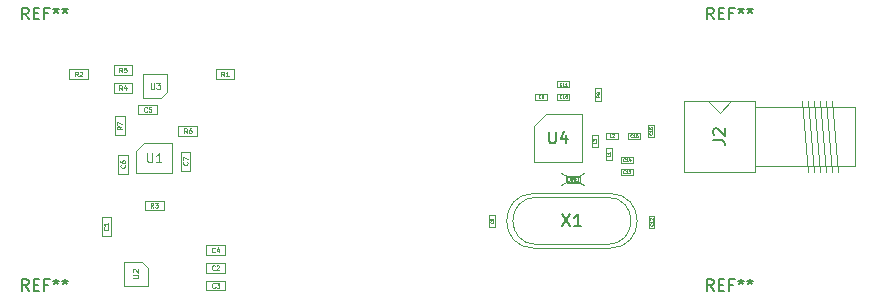
<source format=gbr>
G04 #@! TF.GenerationSoftware,KiCad,Pcbnew,9.0.5*
G04 #@! TF.CreationDate,2025-11-03T18:46:07+02:00*
G04 #@! TF.ProjectId,elecDeTrimisproiect,656c6563-4465-4547-9269-6d697370726f,rev?*
G04 #@! TF.SameCoordinates,Original*
G04 #@! TF.FileFunction,AssemblyDrawing,Top*
%FSLAX46Y46*%
G04 Gerber Fmt 4.6, Leading zero omitted, Abs format (unit mm)*
G04 Created by KiCad (PCBNEW 9.0.5) date 2025-11-03 18:46:07*
%MOMM*%
%LPD*%
G01*
G04 APERTURE LIST*
%ADD10C,0.150000*%
%ADD11C,0.080000*%
%ADD12C,0.060000*%
%ADD13C,0.040000*%
%ADD14C,0.075000*%
%ADD15C,0.110000*%
%ADD16C,0.100000*%
G04 APERTURE END LIST*
D10*
X71738095Y-42954819D02*
X71738095Y-43764342D01*
X71738095Y-43764342D02*
X71785714Y-43859580D01*
X71785714Y-43859580D02*
X71833333Y-43907200D01*
X71833333Y-43907200D02*
X71928571Y-43954819D01*
X71928571Y-43954819D02*
X72119047Y-43954819D01*
X72119047Y-43954819D02*
X72214285Y-43907200D01*
X72214285Y-43907200D02*
X72261904Y-43859580D01*
X72261904Y-43859580D02*
X72309523Y-43764342D01*
X72309523Y-43764342D02*
X72309523Y-42954819D01*
X73214285Y-43288152D02*
X73214285Y-43954819D01*
X72976190Y-42907200D02*
X72738095Y-43621485D01*
X72738095Y-43621485D02*
X73357142Y-43621485D01*
D11*
X38019047Y-38839649D02*
X38019047Y-39244411D01*
X38019047Y-39244411D02*
X38042857Y-39292030D01*
X38042857Y-39292030D02*
X38066666Y-39315840D01*
X38066666Y-39315840D02*
X38114285Y-39339649D01*
X38114285Y-39339649D02*
X38209523Y-39339649D01*
X38209523Y-39339649D02*
X38257142Y-39315840D01*
X38257142Y-39315840D02*
X38280952Y-39292030D01*
X38280952Y-39292030D02*
X38304761Y-39244411D01*
X38304761Y-39244411D02*
X38304761Y-38839649D01*
X38495238Y-38839649D02*
X38804762Y-38839649D01*
X38804762Y-38839649D02*
X38638095Y-39030125D01*
X38638095Y-39030125D02*
X38709524Y-39030125D01*
X38709524Y-39030125D02*
X38757143Y-39053935D01*
X38757143Y-39053935D02*
X38780952Y-39077744D01*
X38780952Y-39077744D02*
X38804762Y-39125363D01*
X38804762Y-39125363D02*
X38804762Y-39244411D01*
X38804762Y-39244411D02*
X38780952Y-39292030D01*
X38780952Y-39292030D02*
X38757143Y-39315840D01*
X38757143Y-39315840D02*
X38709524Y-39339649D01*
X38709524Y-39339649D02*
X38566667Y-39339649D01*
X38566667Y-39339649D02*
X38519048Y-39315840D01*
X38519048Y-39315840D02*
X38495238Y-39292030D01*
D12*
X34393832Y-51066666D02*
X34412880Y-51085714D01*
X34412880Y-51085714D02*
X34431927Y-51142856D01*
X34431927Y-51142856D02*
X34431927Y-51180952D01*
X34431927Y-51180952D02*
X34412880Y-51238095D01*
X34412880Y-51238095D02*
X34374784Y-51276190D01*
X34374784Y-51276190D02*
X34336689Y-51295237D01*
X34336689Y-51295237D02*
X34260499Y-51314285D01*
X34260499Y-51314285D02*
X34203356Y-51314285D01*
X34203356Y-51314285D02*
X34127165Y-51295237D01*
X34127165Y-51295237D02*
X34089070Y-51276190D01*
X34089070Y-51276190D02*
X34050975Y-51238095D01*
X34050975Y-51238095D02*
X34031927Y-51180952D01*
X34031927Y-51180952D02*
X34031927Y-51142856D01*
X34031927Y-51142856D02*
X34050975Y-51085714D01*
X34050975Y-51085714D02*
X34070022Y-51066666D01*
X34431927Y-50685714D02*
X34431927Y-50914285D01*
X34431927Y-50799999D02*
X34031927Y-50799999D01*
X34031927Y-50799999D02*
X34089070Y-50838095D01*
X34089070Y-50838095D02*
X34127165Y-50876190D01*
X34127165Y-50876190D02*
X34146213Y-50914285D01*
D13*
X80439765Y-43073214D02*
X80451670Y-43085118D01*
X80451670Y-43085118D02*
X80463574Y-43120833D01*
X80463574Y-43120833D02*
X80463574Y-43144642D01*
X80463574Y-43144642D02*
X80451670Y-43180356D01*
X80451670Y-43180356D02*
X80427860Y-43204166D01*
X80427860Y-43204166D02*
X80404050Y-43216071D01*
X80404050Y-43216071D02*
X80356431Y-43227975D01*
X80356431Y-43227975D02*
X80320717Y-43227975D01*
X80320717Y-43227975D02*
X80273098Y-43216071D01*
X80273098Y-43216071D02*
X80249289Y-43204166D01*
X80249289Y-43204166D02*
X80225479Y-43180356D01*
X80225479Y-43180356D02*
X80213574Y-43144642D01*
X80213574Y-43144642D02*
X80213574Y-43120833D01*
X80213574Y-43120833D02*
X80225479Y-43085118D01*
X80225479Y-43085118D02*
X80237384Y-43073214D01*
X80463574Y-42835118D02*
X80463574Y-42977975D01*
X80463574Y-42906547D02*
X80213574Y-42906547D01*
X80213574Y-42906547D02*
X80249289Y-42930356D01*
X80249289Y-42930356D02*
X80273098Y-42954166D01*
X80273098Y-42954166D02*
X80285003Y-42977975D01*
X80213574Y-42608928D02*
X80213574Y-42727976D01*
X80213574Y-42727976D02*
X80332622Y-42739880D01*
X80332622Y-42739880D02*
X80320717Y-42727976D01*
X80320717Y-42727976D02*
X80308812Y-42704166D01*
X80308812Y-42704166D02*
X80308812Y-42644642D01*
X80308812Y-42644642D02*
X80320717Y-42620833D01*
X80320717Y-42620833D02*
X80332622Y-42608928D01*
X80332622Y-42608928D02*
X80356431Y-42597023D01*
X80356431Y-42597023D02*
X80415955Y-42597023D01*
X80415955Y-42597023D02*
X80439765Y-42608928D01*
X80439765Y-42608928D02*
X80451670Y-42620833D01*
X80451670Y-42620833D02*
X80463574Y-42644642D01*
X80463574Y-42644642D02*
X80463574Y-42704166D01*
X80463574Y-42704166D02*
X80451670Y-42727976D01*
X80451670Y-42727976D02*
X80439765Y-42739880D01*
D12*
X35806332Y-45779166D02*
X35825380Y-45798214D01*
X35825380Y-45798214D02*
X35844427Y-45855356D01*
X35844427Y-45855356D02*
X35844427Y-45893452D01*
X35844427Y-45893452D02*
X35825380Y-45950595D01*
X35825380Y-45950595D02*
X35787284Y-45988690D01*
X35787284Y-45988690D02*
X35749189Y-46007737D01*
X35749189Y-46007737D02*
X35672999Y-46026785D01*
X35672999Y-46026785D02*
X35615856Y-46026785D01*
X35615856Y-46026785D02*
X35539665Y-46007737D01*
X35539665Y-46007737D02*
X35501570Y-45988690D01*
X35501570Y-45988690D02*
X35463475Y-45950595D01*
X35463475Y-45950595D02*
X35444427Y-45893452D01*
X35444427Y-45893452D02*
X35444427Y-45855356D01*
X35444427Y-45855356D02*
X35463475Y-45798214D01*
X35463475Y-45798214D02*
X35482522Y-45779166D01*
X35444427Y-45436309D02*
X35444427Y-45512499D01*
X35444427Y-45512499D02*
X35463475Y-45550595D01*
X35463475Y-45550595D02*
X35482522Y-45569642D01*
X35482522Y-45569642D02*
X35539665Y-45607737D01*
X35539665Y-45607737D02*
X35615856Y-45626785D01*
X35615856Y-45626785D02*
X35768237Y-45626785D01*
X35768237Y-45626785D02*
X35806332Y-45607737D01*
X35806332Y-45607737D02*
X35825380Y-45588690D01*
X35825380Y-45588690D02*
X35844427Y-45550595D01*
X35844427Y-45550595D02*
X35844427Y-45474404D01*
X35844427Y-45474404D02*
X35825380Y-45436309D01*
X35825380Y-45436309D02*
X35806332Y-45417261D01*
X35806332Y-45417261D02*
X35768237Y-45398214D01*
X35768237Y-45398214D02*
X35672999Y-45398214D01*
X35672999Y-45398214D02*
X35634903Y-45417261D01*
X35634903Y-45417261D02*
X35615856Y-45436309D01*
X35615856Y-45436309D02*
X35596808Y-45474404D01*
X35596808Y-45474404D02*
X35596808Y-45550595D01*
X35596808Y-45550595D02*
X35615856Y-45588690D01*
X35615856Y-45588690D02*
X35634903Y-45607737D01*
X35634903Y-45607737D02*
X35672999Y-45626785D01*
D13*
X78769285Y-43402265D02*
X78757381Y-43414170D01*
X78757381Y-43414170D02*
X78721666Y-43426074D01*
X78721666Y-43426074D02*
X78697857Y-43426074D01*
X78697857Y-43426074D02*
X78662143Y-43414170D01*
X78662143Y-43414170D02*
X78638333Y-43390360D01*
X78638333Y-43390360D02*
X78626428Y-43366550D01*
X78626428Y-43366550D02*
X78614524Y-43318931D01*
X78614524Y-43318931D02*
X78614524Y-43283217D01*
X78614524Y-43283217D02*
X78626428Y-43235598D01*
X78626428Y-43235598D02*
X78638333Y-43211789D01*
X78638333Y-43211789D02*
X78662143Y-43187979D01*
X78662143Y-43187979D02*
X78697857Y-43176074D01*
X78697857Y-43176074D02*
X78721666Y-43176074D01*
X78721666Y-43176074D02*
X78757381Y-43187979D01*
X78757381Y-43187979D02*
X78769285Y-43199884D01*
X79007381Y-43426074D02*
X78864524Y-43426074D01*
X78935952Y-43426074D02*
X78935952Y-43176074D01*
X78935952Y-43176074D02*
X78912143Y-43211789D01*
X78912143Y-43211789D02*
X78888333Y-43235598D01*
X78888333Y-43235598D02*
X78864524Y-43247503D01*
X79221666Y-43176074D02*
X79174047Y-43176074D01*
X79174047Y-43176074D02*
X79150238Y-43187979D01*
X79150238Y-43187979D02*
X79138333Y-43199884D01*
X79138333Y-43199884D02*
X79114523Y-43235598D01*
X79114523Y-43235598D02*
X79102619Y-43283217D01*
X79102619Y-43283217D02*
X79102619Y-43378455D01*
X79102619Y-43378455D02*
X79114523Y-43402265D01*
X79114523Y-43402265D02*
X79126428Y-43414170D01*
X79126428Y-43414170D02*
X79150238Y-43426074D01*
X79150238Y-43426074D02*
X79197857Y-43426074D01*
X79197857Y-43426074D02*
X79221666Y-43414170D01*
X79221666Y-43414170D02*
X79233571Y-43402265D01*
X79233571Y-43402265D02*
X79245476Y-43378455D01*
X79245476Y-43378455D02*
X79245476Y-43318931D01*
X79245476Y-43318931D02*
X79233571Y-43295122D01*
X79233571Y-43295122D02*
X79221666Y-43283217D01*
X79221666Y-43283217D02*
X79197857Y-43271312D01*
X79197857Y-43271312D02*
X79150238Y-43271312D01*
X79150238Y-43271312D02*
X79126428Y-43283217D01*
X79126428Y-43283217D02*
X79114523Y-43295122D01*
X79114523Y-43295122D02*
X79102619Y-43318931D01*
X67004765Y-50556666D02*
X67016670Y-50568570D01*
X67016670Y-50568570D02*
X67028574Y-50604285D01*
X67028574Y-50604285D02*
X67028574Y-50628094D01*
X67028574Y-50628094D02*
X67016670Y-50663808D01*
X67016670Y-50663808D02*
X66992860Y-50687618D01*
X66992860Y-50687618D02*
X66969050Y-50699523D01*
X66969050Y-50699523D02*
X66921431Y-50711427D01*
X66921431Y-50711427D02*
X66885717Y-50711427D01*
X66885717Y-50711427D02*
X66838098Y-50699523D01*
X66838098Y-50699523D02*
X66814289Y-50687618D01*
X66814289Y-50687618D02*
X66790479Y-50663808D01*
X66790479Y-50663808D02*
X66778574Y-50628094D01*
X66778574Y-50628094D02*
X66778574Y-50604285D01*
X66778574Y-50604285D02*
X66790479Y-50568570D01*
X66790479Y-50568570D02*
X66802384Y-50556666D01*
X67028574Y-50437618D02*
X67028574Y-50389999D01*
X67028574Y-50389999D02*
X67016670Y-50366189D01*
X67016670Y-50366189D02*
X67004765Y-50354285D01*
X67004765Y-50354285D02*
X66969050Y-50330475D01*
X66969050Y-50330475D02*
X66921431Y-50318570D01*
X66921431Y-50318570D02*
X66826193Y-50318570D01*
X66826193Y-50318570D02*
X66802384Y-50330475D01*
X66802384Y-50330475D02*
X66790479Y-50342380D01*
X66790479Y-50342380D02*
X66778574Y-50366189D01*
X66778574Y-50366189D02*
X66778574Y-50413808D01*
X66778574Y-50413808D02*
X66790479Y-50437618D01*
X66790479Y-50437618D02*
X66802384Y-50449523D01*
X66802384Y-50449523D02*
X66826193Y-50461427D01*
X66826193Y-50461427D02*
X66885717Y-50461427D01*
X66885717Y-50461427D02*
X66909527Y-50449523D01*
X66909527Y-50449523D02*
X66921431Y-50437618D01*
X66921431Y-50437618D02*
X66933336Y-50413808D01*
X66933336Y-50413808D02*
X66933336Y-50366189D01*
X66933336Y-50366189D02*
X66921431Y-50342380D01*
X66921431Y-50342380D02*
X66909527Y-50330475D01*
X66909527Y-50330475D02*
X66885717Y-50318570D01*
D12*
X37695833Y-41256332D02*
X37676785Y-41275380D01*
X37676785Y-41275380D02*
X37619643Y-41294427D01*
X37619643Y-41294427D02*
X37581547Y-41294427D01*
X37581547Y-41294427D02*
X37524404Y-41275380D01*
X37524404Y-41275380D02*
X37486309Y-41237284D01*
X37486309Y-41237284D02*
X37467262Y-41199189D01*
X37467262Y-41199189D02*
X37448214Y-41122999D01*
X37448214Y-41122999D02*
X37448214Y-41065856D01*
X37448214Y-41065856D02*
X37467262Y-40989665D01*
X37467262Y-40989665D02*
X37486309Y-40951570D01*
X37486309Y-40951570D02*
X37524404Y-40913475D01*
X37524404Y-40913475D02*
X37581547Y-40894427D01*
X37581547Y-40894427D02*
X37619643Y-40894427D01*
X37619643Y-40894427D02*
X37676785Y-40913475D01*
X37676785Y-40913475D02*
X37695833Y-40932522D01*
X38057738Y-40894427D02*
X37867262Y-40894427D01*
X37867262Y-40894427D02*
X37848214Y-41084903D01*
X37848214Y-41084903D02*
X37867262Y-41065856D01*
X37867262Y-41065856D02*
X37905357Y-41046808D01*
X37905357Y-41046808D02*
X38000595Y-41046808D01*
X38000595Y-41046808D02*
X38038690Y-41065856D01*
X38038690Y-41065856D02*
X38057738Y-41084903D01*
X38057738Y-41084903D02*
X38076785Y-41122999D01*
X38076785Y-41122999D02*
X38076785Y-41218237D01*
X38076785Y-41218237D02*
X38057738Y-41256332D01*
X38057738Y-41256332D02*
X38038690Y-41275380D01*
X38038690Y-41275380D02*
X38000595Y-41294427D01*
X38000595Y-41294427D02*
X37905357Y-41294427D01*
X37905357Y-41294427D02*
X37867262Y-41275380D01*
X37867262Y-41275380D02*
X37848214Y-41256332D01*
X43433333Y-54643832D02*
X43414285Y-54662880D01*
X43414285Y-54662880D02*
X43357143Y-54681927D01*
X43357143Y-54681927D02*
X43319047Y-54681927D01*
X43319047Y-54681927D02*
X43261904Y-54662880D01*
X43261904Y-54662880D02*
X43223809Y-54624784D01*
X43223809Y-54624784D02*
X43204762Y-54586689D01*
X43204762Y-54586689D02*
X43185714Y-54510499D01*
X43185714Y-54510499D02*
X43185714Y-54453356D01*
X43185714Y-54453356D02*
X43204762Y-54377165D01*
X43204762Y-54377165D02*
X43223809Y-54339070D01*
X43223809Y-54339070D02*
X43261904Y-54300975D01*
X43261904Y-54300975D02*
X43319047Y-54281927D01*
X43319047Y-54281927D02*
X43357143Y-54281927D01*
X43357143Y-54281927D02*
X43414285Y-54300975D01*
X43414285Y-54300975D02*
X43433333Y-54320022D01*
X43585714Y-54320022D02*
X43604762Y-54300975D01*
X43604762Y-54300975D02*
X43642857Y-54281927D01*
X43642857Y-54281927D02*
X43738095Y-54281927D01*
X43738095Y-54281927D02*
X43776190Y-54300975D01*
X43776190Y-54300975D02*
X43795238Y-54320022D01*
X43795238Y-54320022D02*
X43814285Y-54358118D01*
X43814285Y-54358118D02*
X43814285Y-54396213D01*
X43814285Y-54396213D02*
X43795238Y-54453356D01*
X43795238Y-54453356D02*
X43566666Y-54681927D01*
X43566666Y-54681927D02*
X43814285Y-54681927D01*
D13*
X72789285Y-40102265D02*
X72777381Y-40114170D01*
X72777381Y-40114170D02*
X72741666Y-40126074D01*
X72741666Y-40126074D02*
X72717857Y-40126074D01*
X72717857Y-40126074D02*
X72682143Y-40114170D01*
X72682143Y-40114170D02*
X72658333Y-40090360D01*
X72658333Y-40090360D02*
X72646428Y-40066550D01*
X72646428Y-40066550D02*
X72634524Y-40018931D01*
X72634524Y-40018931D02*
X72634524Y-39983217D01*
X72634524Y-39983217D02*
X72646428Y-39935598D01*
X72646428Y-39935598D02*
X72658333Y-39911789D01*
X72658333Y-39911789D02*
X72682143Y-39887979D01*
X72682143Y-39887979D02*
X72717857Y-39876074D01*
X72717857Y-39876074D02*
X72741666Y-39876074D01*
X72741666Y-39876074D02*
X72777381Y-39887979D01*
X72777381Y-39887979D02*
X72789285Y-39899884D01*
X73027381Y-40126074D02*
X72884524Y-40126074D01*
X72955952Y-40126074D02*
X72955952Y-39876074D01*
X72955952Y-39876074D02*
X72932143Y-39911789D01*
X72932143Y-39911789D02*
X72908333Y-39935598D01*
X72908333Y-39935598D02*
X72884524Y-39947503D01*
X73182142Y-39876074D02*
X73205952Y-39876074D01*
X73205952Y-39876074D02*
X73229761Y-39887979D01*
X73229761Y-39887979D02*
X73241666Y-39899884D01*
X73241666Y-39899884D02*
X73253571Y-39923693D01*
X73253571Y-39923693D02*
X73265476Y-39971312D01*
X73265476Y-39971312D02*
X73265476Y-40030836D01*
X73265476Y-40030836D02*
X73253571Y-40078455D01*
X73253571Y-40078455D02*
X73241666Y-40102265D01*
X73241666Y-40102265D02*
X73229761Y-40114170D01*
X73229761Y-40114170D02*
X73205952Y-40126074D01*
X73205952Y-40126074D02*
X73182142Y-40126074D01*
X73182142Y-40126074D02*
X73158333Y-40114170D01*
X73158333Y-40114170D02*
X73146428Y-40102265D01*
X73146428Y-40102265D02*
X73134523Y-40078455D01*
X73134523Y-40078455D02*
X73122619Y-40030836D01*
X73122619Y-40030836D02*
X73122619Y-39971312D01*
X73122619Y-39971312D02*
X73134523Y-39923693D01*
X73134523Y-39923693D02*
X73146428Y-39899884D01*
X73146428Y-39899884D02*
X73158333Y-39887979D01*
X73158333Y-39887979D02*
X73182142Y-39876074D01*
X78149285Y-46452265D02*
X78137381Y-46464170D01*
X78137381Y-46464170D02*
X78101666Y-46476074D01*
X78101666Y-46476074D02*
X78077857Y-46476074D01*
X78077857Y-46476074D02*
X78042143Y-46464170D01*
X78042143Y-46464170D02*
X78018333Y-46440360D01*
X78018333Y-46440360D02*
X78006428Y-46416550D01*
X78006428Y-46416550D02*
X77994524Y-46368931D01*
X77994524Y-46368931D02*
X77994524Y-46333217D01*
X77994524Y-46333217D02*
X78006428Y-46285598D01*
X78006428Y-46285598D02*
X78018333Y-46261789D01*
X78018333Y-46261789D02*
X78042143Y-46237979D01*
X78042143Y-46237979D02*
X78077857Y-46226074D01*
X78077857Y-46226074D02*
X78101666Y-46226074D01*
X78101666Y-46226074D02*
X78137381Y-46237979D01*
X78137381Y-46237979D02*
X78149285Y-46249884D01*
X78387381Y-46476074D02*
X78244524Y-46476074D01*
X78315952Y-46476074D02*
X78315952Y-46226074D01*
X78315952Y-46226074D02*
X78292143Y-46261789D01*
X78292143Y-46261789D02*
X78268333Y-46285598D01*
X78268333Y-46285598D02*
X78244524Y-46297503D01*
X78470714Y-46226074D02*
X78625476Y-46226074D01*
X78625476Y-46226074D02*
X78542142Y-46321312D01*
X78542142Y-46321312D02*
X78577857Y-46321312D01*
X78577857Y-46321312D02*
X78601666Y-46333217D01*
X78601666Y-46333217D02*
X78613571Y-46345122D01*
X78613571Y-46345122D02*
X78625476Y-46368931D01*
X78625476Y-46368931D02*
X78625476Y-46428455D01*
X78625476Y-46428455D02*
X78613571Y-46452265D01*
X78613571Y-46452265D02*
X78601666Y-46464170D01*
X78601666Y-46464170D02*
X78577857Y-46476074D01*
X78577857Y-46476074D02*
X78506428Y-46476074D01*
X78506428Y-46476074D02*
X78482619Y-46464170D01*
X78482619Y-46464170D02*
X78470714Y-46452265D01*
D12*
X44233333Y-38281927D02*
X44100000Y-38091451D01*
X44004762Y-38281927D02*
X44004762Y-37881927D01*
X44004762Y-37881927D02*
X44157143Y-37881927D01*
X44157143Y-37881927D02*
X44195238Y-37900975D01*
X44195238Y-37900975D02*
X44214285Y-37920022D01*
X44214285Y-37920022D02*
X44233333Y-37958118D01*
X44233333Y-37958118D02*
X44233333Y-38015260D01*
X44233333Y-38015260D02*
X44214285Y-38053356D01*
X44214285Y-38053356D02*
X44195238Y-38072403D01*
X44195238Y-38072403D02*
X44157143Y-38091451D01*
X44157143Y-38091451D02*
X44004762Y-38091451D01*
X44614285Y-38281927D02*
X44385714Y-38281927D01*
X44500000Y-38281927D02*
X44500000Y-37881927D01*
X44500000Y-37881927D02*
X44461904Y-37939070D01*
X44461904Y-37939070D02*
X44423809Y-37977165D01*
X44423809Y-37977165D02*
X44385714Y-37996213D01*
X43433333Y-56143832D02*
X43414285Y-56162880D01*
X43414285Y-56162880D02*
X43357143Y-56181927D01*
X43357143Y-56181927D02*
X43319047Y-56181927D01*
X43319047Y-56181927D02*
X43261904Y-56162880D01*
X43261904Y-56162880D02*
X43223809Y-56124784D01*
X43223809Y-56124784D02*
X43204762Y-56086689D01*
X43204762Y-56086689D02*
X43185714Y-56010499D01*
X43185714Y-56010499D02*
X43185714Y-55953356D01*
X43185714Y-55953356D02*
X43204762Y-55877165D01*
X43204762Y-55877165D02*
X43223809Y-55839070D01*
X43223809Y-55839070D02*
X43261904Y-55800975D01*
X43261904Y-55800975D02*
X43319047Y-55781927D01*
X43319047Y-55781927D02*
X43357143Y-55781927D01*
X43357143Y-55781927D02*
X43414285Y-55800975D01*
X43414285Y-55800975D02*
X43433333Y-55820022D01*
X43566666Y-55781927D02*
X43814285Y-55781927D01*
X43814285Y-55781927D02*
X43680952Y-55934308D01*
X43680952Y-55934308D02*
X43738095Y-55934308D01*
X43738095Y-55934308D02*
X43776190Y-55953356D01*
X43776190Y-55953356D02*
X43795238Y-55972403D01*
X43795238Y-55972403D02*
X43814285Y-56010499D01*
X43814285Y-56010499D02*
X43814285Y-56105737D01*
X43814285Y-56105737D02*
X43795238Y-56143832D01*
X43795238Y-56143832D02*
X43776190Y-56162880D01*
X43776190Y-56162880D02*
X43738095Y-56181927D01*
X43738095Y-56181927D02*
X43623809Y-56181927D01*
X43623809Y-56181927D02*
X43585714Y-56162880D01*
X43585714Y-56162880D02*
X43566666Y-56143832D01*
X35594427Y-42529166D02*
X35403951Y-42662499D01*
X35594427Y-42757737D02*
X35194427Y-42757737D01*
X35194427Y-42757737D02*
X35194427Y-42605356D01*
X35194427Y-42605356D02*
X35213475Y-42567261D01*
X35213475Y-42567261D02*
X35232522Y-42548214D01*
X35232522Y-42548214D02*
X35270618Y-42529166D01*
X35270618Y-42529166D02*
X35327760Y-42529166D01*
X35327760Y-42529166D02*
X35365856Y-42548214D01*
X35365856Y-42548214D02*
X35384903Y-42567261D01*
X35384903Y-42567261D02*
X35403951Y-42605356D01*
X35403951Y-42605356D02*
X35403951Y-42757737D01*
X35194427Y-42395833D02*
X35194427Y-42129166D01*
X35194427Y-42129166D02*
X35594427Y-42300595D01*
X35595833Y-37944427D02*
X35462500Y-37753951D01*
X35367262Y-37944427D02*
X35367262Y-37544427D01*
X35367262Y-37544427D02*
X35519643Y-37544427D01*
X35519643Y-37544427D02*
X35557738Y-37563475D01*
X35557738Y-37563475D02*
X35576785Y-37582522D01*
X35576785Y-37582522D02*
X35595833Y-37620618D01*
X35595833Y-37620618D02*
X35595833Y-37677760D01*
X35595833Y-37677760D02*
X35576785Y-37715856D01*
X35576785Y-37715856D02*
X35557738Y-37734903D01*
X35557738Y-37734903D02*
X35519643Y-37753951D01*
X35519643Y-37753951D02*
X35367262Y-37753951D01*
X35957738Y-37544427D02*
X35767262Y-37544427D01*
X35767262Y-37544427D02*
X35748214Y-37734903D01*
X35748214Y-37734903D02*
X35767262Y-37715856D01*
X35767262Y-37715856D02*
X35805357Y-37696808D01*
X35805357Y-37696808D02*
X35900595Y-37696808D01*
X35900595Y-37696808D02*
X35938690Y-37715856D01*
X35938690Y-37715856D02*
X35957738Y-37734903D01*
X35957738Y-37734903D02*
X35976785Y-37772999D01*
X35976785Y-37772999D02*
X35976785Y-37868237D01*
X35976785Y-37868237D02*
X35957738Y-37906332D01*
X35957738Y-37906332D02*
X35938690Y-37925380D01*
X35938690Y-37925380D02*
X35900595Y-37944427D01*
X35900595Y-37944427D02*
X35805357Y-37944427D01*
X35805357Y-37944427D02*
X35767262Y-37925380D01*
X35767262Y-37925380D02*
X35748214Y-37906332D01*
D10*
X85629819Y-43683333D02*
X86344104Y-43683333D01*
X86344104Y-43683333D02*
X86486961Y-43730952D01*
X86486961Y-43730952D02*
X86582200Y-43826190D01*
X86582200Y-43826190D02*
X86629819Y-43969047D01*
X86629819Y-43969047D02*
X86629819Y-44064285D01*
X85725057Y-43254761D02*
X85677438Y-43207142D01*
X85677438Y-43207142D02*
X85629819Y-43111904D01*
X85629819Y-43111904D02*
X85629819Y-42873809D01*
X85629819Y-42873809D02*
X85677438Y-42778571D01*
X85677438Y-42778571D02*
X85725057Y-42730952D01*
X85725057Y-42730952D02*
X85820295Y-42683333D01*
X85820295Y-42683333D02*
X85915533Y-42683333D01*
X85915533Y-42683333D02*
X86058390Y-42730952D01*
X86058390Y-42730952D02*
X86629819Y-43302380D01*
X86629819Y-43302380D02*
X86629819Y-42683333D01*
D13*
X78149285Y-45452265D02*
X78137381Y-45464170D01*
X78137381Y-45464170D02*
X78101666Y-45476074D01*
X78101666Y-45476074D02*
X78077857Y-45476074D01*
X78077857Y-45476074D02*
X78042143Y-45464170D01*
X78042143Y-45464170D02*
X78018333Y-45440360D01*
X78018333Y-45440360D02*
X78006428Y-45416550D01*
X78006428Y-45416550D02*
X77994524Y-45368931D01*
X77994524Y-45368931D02*
X77994524Y-45333217D01*
X77994524Y-45333217D02*
X78006428Y-45285598D01*
X78006428Y-45285598D02*
X78018333Y-45261789D01*
X78018333Y-45261789D02*
X78042143Y-45237979D01*
X78042143Y-45237979D02*
X78077857Y-45226074D01*
X78077857Y-45226074D02*
X78101666Y-45226074D01*
X78101666Y-45226074D02*
X78137381Y-45237979D01*
X78137381Y-45237979D02*
X78149285Y-45249884D01*
X78387381Y-45476074D02*
X78244524Y-45476074D01*
X78315952Y-45476074D02*
X78315952Y-45226074D01*
X78315952Y-45226074D02*
X78292143Y-45261789D01*
X78292143Y-45261789D02*
X78268333Y-45285598D01*
X78268333Y-45285598D02*
X78244524Y-45297503D01*
X78601666Y-45309408D02*
X78601666Y-45476074D01*
X78542142Y-45214170D02*
X78482619Y-45392741D01*
X78482619Y-45392741D02*
X78637380Y-45392741D01*
D12*
X38233333Y-49394427D02*
X38100000Y-49203951D01*
X38004762Y-49394427D02*
X38004762Y-48994427D01*
X38004762Y-48994427D02*
X38157143Y-48994427D01*
X38157143Y-48994427D02*
X38195238Y-49013475D01*
X38195238Y-49013475D02*
X38214285Y-49032522D01*
X38214285Y-49032522D02*
X38233333Y-49070618D01*
X38233333Y-49070618D02*
X38233333Y-49127760D01*
X38233333Y-49127760D02*
X38214285Y-49165856D01*
X38214285Y-49165856D02*
X38195238Y-49184903D01*
X38195238Y-49184903D02*
X38157143Y-49203951D01*
X38157143Y-49203951D02*
X38004762Y-49203951D01*
X38366666Y-48994427D02*
X38614285Y-48994427D01*
X38614285Y-48994427D02*
X38480952Y-49146808D01*
X38480952Y-49146808D02*
X38538095Y-49146808D01*
X38538095Y-49146808D02*
X38576190Y-49165856D01*
X38576190Y-49165856D02*
X38595238Y-49184903D01*
X38595238Y-49184903D02*
X38614285Y-49222999D01*
X38614285Y-49222999D02*
X38614285Y-49318237D01*
X38614285Y-49318237D02*
X38595238Y-49356332D01*
X38595238Y-49356332D02*
X38576190Y-49375380D01*
X38576190Y-49375380D02*
X38538095Y-49394427D01*
X38538095Y-49394427D02*
X38423809Y-49394427D01*
X38423809Y-49394427D02*
X38385714Y-49375380D01*
X38385714Y-49375380D02*
X38366666Y-49356332D01*
D13*
X73706667Y-47118200D02*
X73620000Y-46994391D01*
X73558095Y-47118200D02*
X73558095Y-46858200D01*
X73558095Y-46858200D02*
X73657143Y-46858200D01*
X73657143Y-46858200D02*
X73681905Y-46870581D01*
X73681905Y-46870581D02*
X73694286Y-46882962D01*
X73694286Y-46882962D02*
X73706667Y-46907724D01*
X73706667Y-46907724D02*
X73706667Y-46944867D01*
X73706667Y-46944867D02*
X73694286Y-46969629D01*
X73694286Y-46969629D02*
X73681905Y-46982010D01*
X73681905Y-46982010D02*
X73657143Y-46994391D01*
X73657143Y-46994391D02*
X73558095Y-46994391D01*
X73830476Y-47118200D02*
X73880000Y-47118200D01*
X73880000Y-47118200D02*
X73904762Y-47105820D01*
X73904762Y-47105820D02*
X73917143Y-47093439D01*
X73917143Y-47093439D02*
X73941905Y-47056296D01*
X73941905Y-47056296D02*
X73954286Y-47006772D01*
X73954286Y-47006772D02*
X73954286Y-46907724D01*
X73954286Y-46907724D02*
X73941905Y-46882962D01*
X73941905Y-46882962D02*
X73929524Y-46870581D01*
X73929524Y-46870581D02*
X73904762Y-46858200D01*
X73904762Y-46858200D02*
X73855238Y-46858200D01*
X73855238Y-46858200D02*
X73830476Y-46870581D01*
X73830476Y-46870581D02*
X73818095Y-46882962D01*
X73818095Y-46882962D02*
X73805714Y-46907724D01*
X73805714Y-46907724D02*
X73805714Y-46969629D01*
X73805714Y-46969629D02*
X73818095Y-46994391D01*
X73818095Y-46994391D02*
X73830476Y-47006772D01*
X73830476Y-47006772D02*
X73855238Y-47019153D01*
X73855238Y-47019153D02*
X73904762Y-47019153D01*
X73904762Y-47019153D02*
X73929524Y-47006772D01*
X73929524Y-47006772D02*
X73941905Y-46994391D01*
X73941905Y-46994391D02*
X73954286Y-46969629D01*
X73498095Y-46988200D02*
X74014286Y-46988200D01*
D12*
X41106332Y-45529166D02*
X41125380Y-45548214D01*
X41125380Y-45548214D02*
X41144427Y-45605356D01*
X41144427Y-45605356D02*
X41144427Y-45643452D01*
X41144427Y-45643452D02*
X41125380Y-45700595D01*
X41125380Y-45700595D02*
X41087284Y-45738690D01*
X41087284Y-45738690D02*
X41049189Y-45757737D01*
X41049189Y-45757737D02*
X40972999Y-45776785D01*
X40972999Y-45776785D02*
X40915856Y-45776785D01*
X40915856Y-45776785D02*
X40839665Y-45757737D01*
X40839665Y-45757737D02*
X40801570Y-45738690D01*
X40801570Y-45738690D02*
X40763475Y-45700595D01*
X40763475Y-45700595D02*
X40744427Y-45643452D01*
X40744427Y-45643452D02*
X40744427Y-45605356D01*
X40744427Y-45605356D02*
X40763475Y-45548214D01*
X40763475Y-45548214D02*
X40782522Y-45529166D01*
X40744427Y-45395833D02*
X40744427Y-45129166D01*
X40744427Y-45129166D02*
X41144427Y-45300595D01*
X41095833Y-43094427D02*
X40962500Y-42903951D01*
X40867262Y-43094427D02*
X40867262Y-42694427D01*
X40867262Y-42694427D02*
X41019643Y-42694427D01*
X41019643Y-42694427D02*
X41057738Y-42713475D01*
X41057738Y-42713475D02*
X41076785Y-42732522D01*
X41076785Y-42732522D02*
X41095833Y-42770618D01*
X41095833Y-42770618D02*
X41095833Y-42827760D01*
X41095833Y-42827760D02*
X41076785Y-42865856D01*
X41076785Y-42865856D02*
X41057738Y-42884903D01*
X41057738Y-42884903D02*
X41019643Y-42903951D01*
X41019643Y-42903951D02*
X40867262Y-42903951D01*
X41438690Y-42694427D02*
X41362500Y-42694427D01*
X41362500Y-42694427D02*
X41324404Y-42713475D01*
X41324404Y-42713475D02*
X41305357Y-42732522D01*
X41305357Y-42732522D02*
X41267262Y-42789665D01*
X41267262Y-42789665D02*
X41248214Y-42865856D01*
X41248214Y-42865856D02*
X41248214Y-43018237D01*
X41248214Y-43018237D02*
X41267262Y-43056332D01*
X41267262Y-43056332D02*
X41286309Y-43075380D01*
X41286309Y-43075380D02*
X41324404Y-43094427D01*
X41324404Y-43094427D02*
X41400595Y-43094427D01*
X41400595Y-43094427D02*
X41438690Y-43075380D01*
X41438690Y-43075380D02*
X41457738Y-43056332D01*
X41457738Y-43056332D02*
X41476785Y-43018237D01*
X41476785Y-43018237D02*
X41476785Y-42922999D01*
X41476785Y-42922999D02*
X41457738Y-42884903D01*
X41457738Y-42884903D02*
X41438690Y-42865856D01*
X41438690Y-42865856D02*
X41400595Y-42846808D01*
X41400595Y-42846808D02*
X41324404Y-42846808D01*
X41324404Y-42846808D02*
X41286309Y-42865856D01*
X41286309Y-42865856D02*
X41267262Y-42884903D01*
X41267262Y-42884903D02*
X41248214Y-42922999D01*
D14*
X36477409Y-55380952D02*
X36882171Y-55380952D01*
X36882171Y-55380952D02*
X36929790Y-55357142D01*
X36929790Y-55357142D02*
X36953600Y-55333333D01*
X36953600Y-55333333D02*
X36977409Y-55285714D01*
X36977409Y-55285714D02*
X36977409Y-55190476D01*
X36977409Y-55190476D02*
X36953600Y-55142857D01*
X36953600Y-55142857D02*
X36929790Y-55119047D01*
X36929790Y-55119047D02*
X36882171Y-55095238D01*
X36882171Y-55095238D02*
X36477409Y-55095238D01*
X36525028Y-54880951D02*
X36501219Y-54857142D01*
X36501219Y-54857142D02*
X36477409Y-54809523D01*
X36477409Y-54809523D02*
X36477409Y-54690475D01*
X36477409Y-54690475D02*
X36501219Y-54642856D01*
X36501219Y-54642856D02*
X36525028Y-54619047D01*
X36525028Y-54619047D02*
X36572647Y-54595237D01*
X36572647Y-54595237D02*
X36620266Y-54595237D01*
X36620266Y-54595237D02*
X36691695Y-54619047D01*
X36691695Y-54619047D02*
X36977409Y-54904761D01*
X36977409Y-54904761D02*
X36977409Y-54595237D01*
D10*
X72865476Y-49969819D02*
X73532142Y-50969819D01*
X73532142Y-49969819D02*
X72865476Y-50969819D01*
X74436904Y-50969819D02*
X73865476Y-50969819D01*
X74151190Y-50969819D02*
X74151190Y-49969819D01*
X74151190Y-49969819D02*
X74055952Y-50112676D01*
X74055952Y-50112676D02*
X73960714Y-50207914D01*
X73960714Y-50207914D02*
X73865476Y-50255533D01*
D13*
X76923574Y-44889166D02*
X76923574Y-45008214D01*
X76923574Y-45008214D02*
X76673574Y-45008214D01*
X76923574Y-44674880D02*
X76923574Y-44817737D01*
X76923574Y-44746309D02*
X76673574Y-44746309D01*
X76673574Y-44746309D02*
X76709289Y-44770118D01*
X76709289Y-44770118D02*
X76733098Y-44793928D01*
X76733098Y-44793928D02*
X76745003Y-44817737D01*
X72789285Y-39052265D02*
X72777381Y-39064170D01*
X72777381Y-39064170D02*
X72741666Y-39076074D01*
X72741666Y-39076074D02*
X72717857Y-39076074D01*
X72717857Y-39076074D02*
X72682143Y-39064170D01*
X72682143Y-39064170D02*
X72658333Y-39040360D01*
X72658333Y-39040360D02*
X72646428Y-39016550D01*
X72646428Y-39016550D02*
X72634524Y-38968931D01*
X72634524Y-38968931D02*
X72634524Y-38933217D01*
X72634524Y-38933217D02*
X72646428Y-38885598D01*
X72646428Y-38885598D02*
X72658333Y-38861789D01*
X72658333Y-38861789D02*
X72682143Y-38837979D01*
X72682143Y-38837979D02*
X72717857Y-38826074D01*
X72717857Y-38826074D02*
X72741666Y-38826074D01*
X72741666Y-38826074D02*
X72777381Y-38837979D01*
X72777381Y-38837979D02*
X72789285Y-38849884D01*
X73027381Y-39076074D02*
X72884524Y-39076074D01*
X72955952Y-39076074D02*
X72955952Y-38826074D01*
X72955952Y-38826074D02*
X72932143Y-38861789D01*
X72932143Y-38861789D02*
X72908333Y-38885598D01*
X72908333Y-38885598D02*
X72884524Y-38897503D01*
X73265476Y-39076074D02*
X73122619Y-39076074D01*
X73194047Y-39076074D02*
X73194047Y-38826074D01*
X73194047Y-38826074D02*
X73170238Y-38861789D01*
X73170238Y-38861789D02*
X73146428Y-38885598D01*
X73146428Y-38885598D02*
X73122619Y-38897503D01*
X76008200Y-39865832D02*
X75884391Y-39952499D01*
X76008200Y-40014404D02*
X75748200Y-40014404D01*
X75748200Y-40014404D02*
X75748200Y-39915356D01*
X75748200Y-39915356D02*
X75760581Y-39890594D01*
X75760581Y-39890594D02*
X75772962Y-39878213D01*
X75772962Y-39878213D02*
X75797724Y-39865832D01*
X75797724Y-39865832D02*
X75834867Y-39865832D01*
X75834867Y-39865832D02*
X75859629Y-39878213D01*
X75859629Y-39878213D02*
X75872010Y-39890594D01*
X75872010Y-39890594D02*
X75884391Y-39915356D01*
X75884391Y-39915356D02*
X75884391Y-40014404D01*
X75859629Y-39717261D02*
X75847248Y-39742023D01*
X75847248Y-39742023D02*
X75834867Y-39754404D01*
X75834867Y-39754404D02*
X75810105Y-39766785D01*
X75810105Y-39766785D02*
X75797724Y-39766785D01*
X75797724Y-39766785D02*
X75772962Y-39754404D01*
X75772962Y-39754404D02*
X75760581Y-39742023D01*
X75760581Y-39742023D02*
X75748200Y-39717261D01*
X75748200Y-39717261D02*
X75748200Y-39667737D01*
X75748200Y-39667737D02*
X75760581Y-39642975D01*
X75760581Y-39642975D02*
X75772962Y-39630594D01*
X75772962Y-39630594D02*
X75797724Y-39618213D01*
X75797724Y-39618213D02*
X75810105Y-39618213D01*
X75810105Y-39618213D02*
X75834867Y-39630594D01*
X75834867Y-39630594D02*
X75847248Y-39642975D01*
X75847248Y-39642975D02*
X75859629Y-39667737D01*
X75859629Y-39667737D02*
X75859629Y-39717261D01*
X75859629Y-39717261D02*
X75872010Y-39742023D01*
X75872010Y-39742023D02*
X75884391Y-39754404D01*
X75884391Y-39754404D02*
X75909153Y-39766785D01*
X75909153Y-39766785D02*
X75958677Y-39766785D01*
X75958677Y-39766785D02*
X75983439Y-39754404D01*
X75983439Y-39754404D02*
X75995820Y-39742023D01*
X75995820Y-39742023D02*
X76008200Y-39717261D01*
X76008200Y-39717261D02*
X76008200Y-39667737D01*
X76008200Y-39667737D02*
X75995820Y-39642975D01*
X75995820Y-39642975D02*
X75983439Y-39630594D01*
X75983439Y-39630594D02*
X75958677Y-39618213D01*
X75958677Y-39618213D02*
X75909153Y-39618213D01*
X75909153Y-39618213D02*
X75884391Y-39630594D01*
X75884391Y-39630594D02*
X75872010Y-39642975D01*
X75872010Y-39642975D02*
X75859629Y-39667737D01*
X71008333Y-40102265D02*
X70996429Y-40114170D01*
X70996429Y-40114170D02*
X70960714Y-40126074D01*
X70960714Y-40126074D02*
X70936905Y-40126074D01*
X70936905Y-40126074D02*
X70901191Y-40114170D01*
X70901191Y-40114170D02*
X70877381Y-40090360D01*
X70877381Y-40090360D02*
X70865476Y-40066550D01*
X70865476Y-40066550D02*
X70853572Y-40018931D01*
X70853572Y-40018931D02*
X70853572Y-39983217D01*
X70853572Y-39983217D02*
X70865476Y-39935598D01*
X70865476Y-39935598D02*
X70877381Y-39911789D01*
X70877381Y-39911789D02*
X70901191Y-39887979D01*
X70901191Y-39887979D02*
X70936905Y-39876074D01*
X70936905Y-39876074D02*
X70960714Y-39876074D01*
X70960714Y-39876074D02*
X70996429Y-39887979D01*
X70996429Y-39887979D02*
X71008333Y-39899884D01*
X71151191Y-39983217D02*
X71127381Y-39971312D01*
X71127381Y-39971312D02*
X71115476Y-39959408D01*
X71115476Y-39959408D02*
X71103572Y-39935598D01*
X71103572Y-39935598D02*
X71103572Y-39923693D01*
X71103572Y-39923693D02*
X71115476Y-39899884D01*
X71115476Y-39899884D02*
X71127381Y-39887979D01*
X71127381Y-39887979D02*
X71151191Y-39876074D01*
X71151191Y-39876074D02*
X71198810Y-39876074D01*
X71198810Y-39876074D02*
X71222619Y-39887979D01*
X71222619Y-39887979D02*
X71234524Y-39899884D01*
X71234524Y-39899884D02*
X71246429Y-39923693D01*
X71246429Y-39923693D02*
X71246429Y-39935598D01*
X71246429Y-39935598D02*
X71234524Y-39959408D01*
X71234524Y-39959408D02*
X71222619Y-39971312D01*
X71222619Y-39971312D02*
X71198810Y-39983217D01*
X71198810Y-39983217D02*
X71151191Y-39983217D01*
X71151191Y-39983217D02*
X71127381Y-39995122D01*
X71127381Y-39995122D02*
X71115476Y-40007027D01*
X71115476Y-40007027D02*
X71103572Y-40030836D01*
X71103572Y-40030836D02*
X71103572Y-40078455D01*
X71103572Y-40078455D02*
X71115476Y-40102265D01*
X71115476Y-40102265D02*
X71127381Y-40114170D01*
X71127381Y-40114170D02*
X71151191Y-40126074D01*
X71151191Y-40126074D02*
X71198810Y-40126074D01*
X71198810Y-40126074D02*
X71222619Y-40114170D01*
X71222619Y-40114170D02*
X71234524Y-40102265D01*
X71234524Y-40102265D02*
X71246429Y-40078455D01*
X71246429Y-40078455D02*
X71246429Y-40030836D01*
X71246429Y-40030836D02*
X71234524Y-40007027D01*
X71234524Y-40007027D02*
X71222619Y-39995122D01*
X71222619Y-39995122D02*
X71198810Y-39983217D01*
D12*
X43433333Y-53143832D02*
X43414285Y-53162880D01*
X43414285Y-53162880D02*
X43357143Y-53181927D01*
X43357143Y-53181927D02*
X43319047Y-53181927D01*
X43319047Y-53181927D02*
X43261904Y-53162880D01*
X43261904Y-53162880D02*
X43223809Y-53124784D01*
X43223809Y-53124784D02*
X43204762Y-53086689D01*
X43204762Y-53086689D02*
X43185714Y-53010499D01*
X43185714Y-53010499D02*
X43185714Y-52953356D01*
X43185714Y-52953356D02*
X43204762Y-52877165D01*
X43204762Y-52877165D02*
X43223809Y-52839070D01*
X43223809Y-52839070D02*
X43261904Y-52800975D01*
X43261904Y-52800975D02*
X43319047Y-52781927D01*
X43319047Y-52781927D02*
X43357143Y-52781927D01*
X43357143Y-52781927D02*
X43414285Y-52800975D01*
X43414285Y-52800975D02*
X43433333Y-52820022D01*
X43776190Y-52915260D02*
X43776190Y-53181927D01*
X43680952Y-52762880D02*
X43585714Y-53048594D01*
X43585714Y-53048594D02*
X43833333Y-53048594D01*
D13*
X80504765Y-50775714D02*
X80516670Y-50787618D01*
X80516670Y-50787618D02*
X80528574Y-50823333D01*
X80528574Y-50823333D02*
X80528574Y-50847142D01*
X80528574Y-50847142D02*
X80516670Y-50882856D01*
X80516670Y-50882856D02*
X80492860Y-50906666D01*
X80492860Y-50906666D02*
X80469050Y-50918571D01*
X80469050Y-50918571D02*
X80421431Y-50930475D01*
X80421431Y-50930475D02*
X80385717Y-50930475D01*
X80385717Y-50930475D02*
X80338098Y-50918571D01*
X80338098Y-50918571D02*
X80314289Y-50906666D01*
X80314289Y-50906666D02*
X80290479Y-50882856D01*
X80290479Y-50882856D02*
X80278574Y-50847142D01*
X80278574Y-50847142D02*
X80278574Y-50823333D01*
X80278574Y-50823333D02*
X80290479Y-50787618D01*
X80290479Y-50787618D02*
X80302384Y-50775714D01*
X80528574Y-50537618D02*
X80528574Y-50680475D01*
X80528574Y-50609047D02*
X80278574Y-50609047D01*
X80278574Y-50609047D02*
X80314289Y-50632856D01*
X80314289Y-50632856D02*
X80338098Y-50656666D01*
X80338098Y-50656666D02*
X80350003Y-50680475D01*
X80302384Y-50442380D02*
X80290479Y-50430476D01*
X80290479Y-50430476D02*
X80278574Y-50406666D01*
X80278574Y-50406666D02*
X80278574Y-50347142D01*
X80278574Y-50347142D02*
X80290479Y-50323333D01*
X80290479Y-50323333D02*
X80302384Y-50311428D01*
X80302384Y-50311428D02*
X80326193Y-50299523D01*
X80326193Y-50299523D02*
X80350003Y-50299523D01*
X80350003Y-50299523D02*
X80385717Y-50311428D01*
X80385717Y-50311428D02*
X80528574Y-50454285D01*
X80528574Y-50454285D02*
X80528574Y-50299523D01*
D15*
X37728571Y-44803744D02*
X37728571Y-45410887D01*
X37728571Y-45410887D02*
X37764285Y-45482315D01*
X37764285Y-45482315D02*
X37800000Y-45518030D01*
X37800000Y-45518030D02*
X37871428Y-45553744D01*
X37871428Y-45553744D02*
X38014285Y-45553744D01*
X38014285Y-45553744D02*
X38085714Y-45518030D01*
X38085714Y-45518030D02*
X38121428Y-45482315D01*
X38121428Y-45482315D02*
X38157142Y-45410887D01*
X38157142Y-45410887D02*
X38157142Y-44803744D01*
X38907142Y-45553744D02*
X38478571Y-45553744D01*
X38692856Y-45553744D02*
X38692856Y-44803744D01*
X38692856Y-44803744D02*
X38621428Y-44910887D01*
X38621428Y-44910887D02*
X38549999Y-44982315D01*
X38549999Y-44982315D02*
X38478571Y-45018030D01*
D13*
X75738574Y-43779166D02*
X75738574Y-43898214D01*
X75738574Y-43898214D02*
X75488574Y-43898214D01*
X75488574Y-43719642D02*
X75488574Y-43564880D01*
X75488574Y-43564880D02*
X75583812Y-43648214D01*
X75583812Y-43648214D02*
X75583812Y-43612499D01*
X75583812Y-43612499D02*
X75595717Y-43588690D01*
X75595717Y-43588690D02*
X75607622Y-43576785D01*
X75607622Y-43576785D02*
X75631431Y-43564880D01*
X75631431Y-43564880D02*
X75690955Y-43564880D01*
X75690955Y-43564880D02*
X75714765Y-43576785D01*
X75714765Y-43576785D02*
X75726670Y-43588690D01*
X75726670Y-43588690D02*
X75738574Y-43612499D01*
X75738574Y-43612499D02*
X75738574Y-43683928D01*
X75738574Y-43683928D02*
X75726670Y-43707737D01*
X75726670Y-43707737D02*
X75714765Y-43719642D01*
D12*
X35595833Y-39444427D02*
X35462500Y-39253951D01*
X35367262Y-39444427D02*
X35367262Y-39044427D01*
X35367262Y-39044427D02*
X35519643Y-39044427D01*
X35519643Y-39044427D02*
X35557738Y-39063475D01*
X35557738Y-39063475D02*
X35576785Y-39082522D01*
X35576785Y-39082522D02*
X35595833Y-39120618D01*
X35595833Y-39120618D02*
X35595833Y-39177760D01*
X35595833Y-39177760D02*
X35576785Y-39215856D01*
X35576785Y-39215856D02*
X35557738Y-39234903D01*
X35557738Y-39234903D02*
X35519643Y-39253951D01*
X35519643Y-39253951D02*
X35367262Y-39253951D01*
X35938690Y-39177760D02*
X35938690Y-39444427D01*
X35843452Y-39025380D02*
X35748214Y-39311094D01*
X35748214Y-39311094D02*
X35995833Y-39311094D01*
X31833333Y-38281927D02*
X31700000Y-38091451D01*
X31604762Y-38281927D02*
X31604762Y-37881927D01*
X31604762Y-37881927D02*
X31757143Y-37881927D01*
X31757143Y-37881927D02*
X31795238Y-37900975D01*
X31795238Y-37900975D02*
X31814285Y-37920022D01*
X31814285Y-37920022D02*
X31833333Y-37958118D01*
X31833333Y-37958118D02*
X31833333Y-38015260D01*
X31833333Y-38015260D02*
X31814285Y-38053356D01*
X31814285Y-38053356D02*
X31795238Y-38072403D01*
X31795238Y-38072403D02*
X31757143Y-38091451D01*
X31757143Y-38091451D02*
X31604762Y-38091451D01*
X31985714Y-37920022D02*
X32004762Y-37900975D01*
X32004762Y-37900975D02*
X32042857Y-37881927D01*
X32042857Y-37881927D02*
X32138095Y-37881927D01*
X32138095Y-37881927D02*
X32176190Y-37900975D01*
X32176190Y-37900975D02*
X32195238Y-37920022D01*
X32195238Y-37920022D02*
X32214285Y-37958118D01*
X32214285Y-37958118D02*
X32214285Y-37996213D01*
X32214285Y-37996213D02*
X32195238Y-38053356D01*
X32195238Y-38053356D02*
X31966666Y-38281927D01*
X31966666Y-38281927D02*
X32214285Y-38281927D01*
D13*
X77033333Y-43426074D02*
X76914285Y-43426074D01*
X76914285Y-43426074D02*
X76914285Y-43176074D01*
X77104762Y-43199884D02*
X77116666Y-43187979D01*
X77116666Y-43187979D02*
X77140476Y-43176074D01*
X77140476Y-43176074D02*
X77200000Y-43176074D01*
X77200000Y-43176074D02*
X77223809Y-43187979D01*
X77223809Y-43187979D02*
X77235714Y-43199884D01*
X77235714Y-43199884D02*
X77247619Y-43223693D01*
X77247619Y-43223693D02*
X77247619Y-43247503D01*
X77247619Y-43247503D02*
X77235714Y-43283217D01*
X77235714Y-43283217D02*
X77092857Y-43426074D01*
X77092857Y-43426074D02*
X77247619Y-43426074D01*
D10*
X27666666Y-33454819D02*
X27333333Y-32978628D01*
X27095238Y-33454819D02*
X27095238Y-32454819D01*
X27095238Y-32454819D02*
X27476190Y-32454819D01*
X27476190Y-32454819D02*
X27571428Y-32502438D01*
X27571428Y-32502438D02*
X27619047Y-32550057D01*
X27619047Y-32550057D02*
X27666666Y-32645295D01*
X27666666Y-32645295D02*
X27666666Y-32788152D01*
X27666666Y-32788152D02*
X27619047Y-32883390D01*
X27619047Y-32883390D02*
X27571428Y-32931009D01*
X27571428Y-32931009D02*
X27476190Y-32978628D01*
X27476190Y-32978628D02*
X27095238Y-32978628D01*
X28095238Y-32931009D02*
X28428571Y-32931009D01*
X28571428Y-33454819D02*
X28095238Y-33454819D01*
X28095238Y-33454819D02*
X28095238Y-32454819D01*
X28095238Y-32454819D02*
X28571428Y-32454819D01*
X29333333Y-32931009D02*
X29000000Y-32931009D01*
X29000000Y-33454819D02*
X29000000Y-32454819D01*
X29000000Y-32454819D02*
X29476190Y-32454819D01*
X30000000Y-32454819D02*
X30000000Y-32692914D01*
X29761905Y-32597676D02*
X30000000Y-32692914D01*
X30000000Y-32692914D02*
X30238095Y-32597676D01*
X29857143Y-32883390D02*
X30000000Y-32692914D01*
X30000000Y-32692914D02*
X30142857Y-32883390D01*
X30761905Y-32454819D02*
X30761905Y-32692914D01*
X30523810Y-32597676D02*
X30761905Y-32692914D01*
X30761905Y-32692914D02*
X31000000Y-32597676D01*
X30619048Y-32883390D02*
X30761905Y-32692914D01*
X30761905Y-32692914D02*
X30904762Y-32883390D01*
X85666666Y-33454819D02*
X85333333Y-32978628D01*
X85095238Y-33454819D02*
X85095238Y-32454819D01*
X85095238Y-32454819D02*
X85476190Y-32454819D01*
X85476190Y-32454819D02*
X85571428Y-32502438D01*
X85571428Y-32502438D02*
X85619047Y-32550057D01*
X85619047Y-32550057D02*
X85666666Y-32645295D01*
X85666666Y-32645295D02*
X85666666Y-32788152D01*
X85666666Y-32788152D02*
X85619047Y-32883390D01*
X85619047Y-32883390D02*
X85571428Y-32931009D01*
X85571428Y-32931009D02*
X85476190Y-32978628D01*
X85476190Y-32978628D02*
X85095238Y-32978628D01*
X86095238Y-32931009D02*
X86428571Y-32931009D01*
X86571428Y-33454819D02*
X86095238Y-33454819D01*
X86095238Y-33454819D02*
X86095238Y-32454819D01*
X86095238Y-32454819D02*
X86571428Y-32454819D01*
X87333333Y-32931009D02*
X87000000Y-32931009D01*
X87000000Y-33454819D02*
X87000000Y-32454819D01*
X87000000Y-32454819D02*
X87476190Y-32454819D01*
X88000000Y-32454819D02*
X88000000Y-32692914D01*
X87761905Y-32597676D02*
X88000000Y-32692914D01*
X88000000Y-32692914D02*
X88238095Y-32597676D01*
X87857143Y-32883390D02*
X88000000Y-32692914D01*
X88000000Y-32692914D02*
X88142857Y-32883390D01*
X88761905Y-32454819D02*
X88761905Y-32692914D01*
X88523810Y-32597676D02*
X88761905Y-32692914D01*
X88761905Y-32692914D02*
X89000000Y-32597676D01*
X88619048Y-32883390D02*
X88761905Y-32692914D01*
X88761905Y-32692914D02*
X88904762Y-32883390D01*
X85666666Y-56454819D02*
X85333333Y-55978628D01*
X85095238Y-56454819D02*
X85095238Y-55454819D01*
X85095238Y-55454819D02*
X85476190Y-55454819D01*
X85476190Y-55454819D02*
X85571428Y-55502438D01*
X85571428Y-55502438D02*
X85619047Y-55550057D01*
X85619047Y-55550057D02*
X85666666Y-55645295D01*
X85666666Y-55645295D02*
X85666666Y-55788152D01*
X85666666Y-55788152D02*
X85619047Y-55883390D01*
X85619047Y-55883390D02*
X85571428Y-55931009D01*
X85571428Y-55931009D02*
X85476190Y-55978628D01*
X85476190Y-55978628D02*
X85095238Y-55978628D01*
X86095238Y-55931009D02*
X86428571Y-55931009D01*
X86571428Y-56454819D02*
X86095238Y-56454819D01*
X86095238Y-56454819D02*
X86095238Y-55454819D01*
X86095238Y-55454819D02*
X86571428Y-55454819D01*
X87333333Y-55931009D02*
X87000000Y-55931009D01*
X87000000Y-56454819D02*
X87000000Y-55454819D01*
X87000000Y-55454819D02*
X87476190Y-55454819D01*
X88000000Y-55454819D02*
X88000000Y-55692914D01*
X87761905Y-55597676D02*
X88000000Y-55692914D01*
X88000000Y-55692914D02*
X88238095Y-55597676D01*
X87857143Y-55883390D02*
X88000000Y-55692914D01*
X88000000Y-55692914D02*
X88142857Y-55883390D01*
X88761905Y-55454819D02*
X88761905Y-55692914D01*
X88523810Y-55597676D02*
X88761905Y-55692914D01*
X88761905Y-55692914D02*
X89000000Y-55597676D01*
X88619048Y-55883390D02*
X88761905Y-55692914D01*
X88761905Y-55692914D02*
X88904762Y-55883390D01*
X27666666Y-56454819D02*
X27333333Y-55978628D01*
X27095238Y-56454819D02*
X27095238Y-55454819D01*
X27095238Y-55454819D02*
X27476190Y-55454819D01*
X27476190Y-55454819D02*
X27571428Y-55502438D01*
X27571428Y-55502438D02*
X27619047Y-55550057D01*
X27619047Y-55550057D02*
X27666666Y-55645295D01*
X27666666Y-55645295D02*
X27666666Y-55788152D01*
X27666666Y-55788152D02*
X27619047Y-55883390D01*
X27619047Y-55883390D02*
X27571428Y-55931009D01*
X27571428Y-55931009D02*
X27476190Y-55978628D01*
X27476190Y-55978628D02*
X27095238Y-55978628D01*
X28095238Y-55931009D02*
X28428571Y-55931009D01*
X28571428Y-56454819D02*
X28095238Y-56454819D01*
X28095238Y-56454819D02*
X28095238Y-55454819D01*
X28095238Y-55454819D02*
X28571428Y-55454819D01*
X29333333Y-55931009D02*
X29000000Y-55931009D01*
X29000000Y-56454819D02*
X29000000Y-55454819D01*
X29000000Y-55454819D02*
X29476190Y-55454819D01*
X30000000Y-55454819D02*
X30000000Y-55692914D01*
X29761905Y-55597676D02*
X30000000Y-55692914D01*
X30000000Y-55692914D02*
X30238095Y-55597676D01*
X29857143Y-55883390D02*
X30000000Y-55692914D01*
X30000000Y-55692914D02*
X30142857Y-55883390D01*
X30761905Y-55454819D02*
X30761905Y-55692914D01*
X30523810Y-55597676D02*
X30761905Y-55692914D01*
X30761905Y-55692914D02*
X31000000Y-55597676D01*
X30619048Y-55883390D02*
X30761905Y-55692914D01*
X30761905Y-55692914D02*
X30904762Y-55883390D01*
D16*
G04 #@! TO.C,U4*
X74500000Y-45500000D02*
X70500000Y-45500000D01*
X70500000Y-42500000D01*
X71500000Y-41500000D01*
X74500000Y-41500000D01*
X74500000Y-45500000D01*
G04 #@! TO.C,U3*
X39400000Y-39612500D02*
X38900000Y-40112500D01*
X37400000Y-40112500D01*
X37400000Y-38112500D01*
X39400000Y-38112500D01*
X39400000Y-39612500D01*
G04 #@! TO.C,C1*
X33850000Y-50200000D02*
X34650000Y-50200000D01*
X33850000Y-51800000D02*
X33850000Y-50200000D01*
X34650000Y-50200000D02*
X34650000Y-51800000D01*
X34650000Y-51800000D02*
X33850000Y-51800000D01*
G04 #@! TO.C,C15*
X80100000Y-42412500D02*
X80600000Y-42412500D01*
X80100000Y-43412500D02*
X80100000Y-42412500D01*
X80600000Y-42412500D02*
X80600000Y-43412500D01*
X80600000Y-43412500D02*
X80100000Y-43412500D01*
G04 #@! TO.C,C6*
X35262500Y-44912500D02*
X36062500Y-44912500D01*
X35262500Y-46512500D02*
X35262500Y-44912500D01*
X36062500Y-44912500D02*
X36062500Y-46512500D01*
X36062500Y-46512500D02*
X35262500Y-46512500D01*
G04 #@! TO.C,C16*
X78430000Y-43062500D02*
X79430000Y-43062500D01*
X78430000Y-43562500D02*
X78430000Y-43062500D01*
X79430000Y-43062500D02*
X79430000Y-43562500D01*
X79430000Y-43562500D02*
X78430000Y-43562500D01*
G04 #@! TO.C,C9*
X66665000Y-50015000D02*
X67165000Y-50015000D01*
X66665000Y-51015000D02*
X66665000Y-50015000D01*
X67165000Y-50015000D02*
X67165000Y-51015000D01*
X67165000Y-51015000D02*
X66665000Y-51015000D01*
G04 #@! TO.C,C5*
X36962500Y-40712500D02*
X38562500Y-40712500D01*
X36962500Y-41512500D02*
X36962500Y-40712500D01*
X38562500Y-40712500D02*
X38562500Y-41512500D01*
X38562500Y-41512500D02*
X36962500Y-41512500D01*
G04 #@! TO.C,C2*
X42700000Y-54100000D02*
X44300000Y-54100000D01*
X42700000Y-54900000D02*
X42700000Y-54100000D01*
X44300000Y-54100000D02*
X44300000Y-54900000D01*
X44300000Y-54900000D02*
X42700000Y-54900000D01*
G04 #@! TO.C,C10*
X72450000Y-39762500D02*
X73450000Y-39762500D01*
X72450000Y-40262500D02*
X72450000Y-39762500D01*
X73450000Y-39762500D02*
X73450000Y-40262500D01*
X73450000Y-40262500D02*
X72450000Y-40262500D01*
G04 #@! TO.C,C13*
X77810000Y-46112500D02*
X78810000Y-46112500D01*
X77810000Y-46612500D02*
X77810000Y-46112500D01*
X78810000Y-46112500D02*
X78810000Y-46612500D01*
X78810000Y-46612500D02*
X77810000Y-46612500D01*
G04 #@! TO.C,R1*
X43500000Y-37687500D02*
X45100000Y-37687500D01*
X43500000Y-38512500D02*
X43500000Y-37687500D01*
X45100000Y-37687500D02*
X45100000Y-38512500D01*
X45100000Y-38512500D02*
X43500000Y-38512500D01*
G04 #@! TO.C,C3*
X42700000Y-55600000D02*
X44300000Y-55600000D01*
X42700000Y-56400000D02*
X42700000Y-55600000D01*
X44300000Y-55600000D02*
X44300000Y-56400000D01*
X44300000Y-56400000D02*
X42700000Y-56400000D01*
G04 #@! TO.C,R7*
X35000000Y-41662500D02*
X35825000Y-41662500D01*
X35000000Y-43262500D02*
X35000000Y-41662500D01*
X35825000Y-41662500D02*
X35825000Y-43262500D01*
X35825000Y-43262500D02*
X35000000Y-43262500D01*
G04 #@! TO.C,R5*
X34862500Y-37350000D02*
X36462500Y-37350000D01*
X34862500Y-38175000D02*
X34862500Y-37350000D01*
X36462500Y-37350000D02*
X36462500Y-38175000D01*
X36462500Y-38175000D02*
X34862500Y-38175000D01*
G04 #@! TO.C,J2*
X83175000Y-40350000D02*
X83175000Y-46350000D01*
X86175000Y-41350000D02*
X85175000Y-40350000D01*
X87175000Y-40350000D02*
X86175000Y-41350000D01*
X89175000Y-40350000D02*
X83175000Y-40350000D01*
X89175000Y-40350000D02*
X89175000Y-46350000D01*
X89175000Y-46350000D02*
X83175000Y-46350000D01*
X93175000Y-40350000D02*
X93675000Y-46350000D01*
X93675000Y-40350000D02*
X94175000Y-46350000D01*
X94175000Y-40350000D02*
X94675000Y-46350000D01*
X94675000Y-40350000D02*
X95175000Y-46350000D01*
X95175000Y-40350000D02*
X95675000Y-46350000D01*
X95675000Y-40350000D02*
X96175000Y-46350000D01*
X97675000Y-40850000D02*
X89175000Y-40850000D01*
X97675000Y-40850000D02*
X97675000Y-45850000D01*
X97675000Y-45850000D02*
X89175000Y-45850000D01*
G04 #@! TO.C,C14*
X77810000Y-45112500D02*
X78810000Y-45112500D01*
X77810000Y-45612500D02*
X77810000Y-45112500D01*
X78810000Y-45112500D02*
X78810000Y-45612500D01*
X78810000Y-45612500D02*
X77810000Y-45612500D01*
G04 #@! TO.C,R3*
X37500000Y-48800000D02*
X39100000Y-48800000D01*
X37500000Y-49625000D02*
X37500000Y-48800000D01*
X39100000Y-48800000D02*
X39100000Y-49625000D01*
X39100000Y-49625000D02*
X37500000Y-49625000D01*
X73225000Y-46780000D02*
X74275000Y-46780000D01*
X74275000Y-46680000D02*
G75*
G02*
X74275000Y-46780000I0J-50000D01*
G01*
X74275000Y-46680000D02*
X73225000Y-46680000D01*
X73225000Y-46680000D02*
G75*
G03*
X73225000Y-46780000I0J-50000D01*
G01*
X73275000Y-47270000D02*
X73275000Y-46730000D01*
X73175000Y-46730000D02*
G75*
G02*
X73275000Y-46730000I50000J0D01*
G01*
X73175000Y-46730000D02*
X73175000Y-47270000D01*
X73175000Y-47270000D02*
G75*
G03*
X73275000Y-47270000I50000J0D01*
G01*
X74225000Y-46730000D02*
X74225000Y-47270000D01*
X74325000Y-47270000D02*
G75*
G02*
X74225000Y-47270000I-50000J0D01*
G01*
X74325000Y-47270000D02*
X74325000Y-46730000D01*
X74325000Y-46730000D02*
G75*
G03*
X74225000Y-46730000I-50000J0D01*
G01*
X74275000Y-47220000D02*
X73225000Y-47220000D01*
X73225000Y-47320000D02*
G75*
G02*
X73225000Y-47220000I0J50000D01*
G01*
X73225000Y-47320000D02*
X74275000Y-47320000D01*
X74275000Y-47320000D02*
G75*
G03*
X74275000Y-47220000I0J50000D01*
G01*
G04 #@! TO.C,C7*
X40562500Y-44662500D02*
X41362500Y-44662500D01*
X40562500Y-46262500D02*
X40562500Y-44662500D01*
X41362500Y-44662500D02*
X41362500Y-46262500D01*
X41362500Y-46262500D02*
X40562500Y-46262500D01*
G04 #@! TO.C,R6*
X40362500Y-42500000D02*
X41962500Y-42500000D01*
X40362500Y-43325000D02*
X40362500Y-42500000D01*
X41962500Y-42500000D02*
X41962500Y-43325000D01*
X41962500Y-43325000D02*
X40362500Y-43325000D01*
G04 #@! TO.C,U2*
X35750000Y-54000000D02*
X37250000Y-54000000D01*
X35750000Y-56000000D02*
X35750000Y-54000000D01*
X37250000Y-54000000D02*
X37750000Y-54500000D01*
X37750000Y-54500000D02*
X37750000Y-56000000D01*
X37750000Y-56000000D02*
X35750000Y-56000000D01*
G04 #@! TO.C,X1*
X70475000Y-48190000D02*
X76875000Y-48190000D01*
X70475000Y-52840000D02*
X76875000Y-52840000D01*
X70675000Y-48515000D02*
X76675000Y-48515000D01*
X70675000Y-52515000D02*
X76675000Y-52515000D01*
X70475000Y-52840000D02*
G75*
G02*
X70475000Y-48190000I0J2325000D01*
G01*
X70675000Y-52515000D02*
G75*
G02*
X70675000Y-48515000I0J2000000D01*
G01*
X76675000Y-48515000D02*
G75*
G02*
X76675000Y-52515000I0J-2000000D01*
G01*
X76875000Y-48190000D02*
G75*
G02*
X76875000Y-52840000I0J-2325000D01*
G01*
G04 #@! TO.C,L1*
X76560000Y-44347500D02*
X77060000Y-44347500D01*
X76560000Y-45347500D02*
X76560000Y-44347500D01*
X77060000Y-44347500D02*
X77060000Y-45347500D01*
X77060000Y-45347500D02*
X76560000Y-45347500D01*
G04 #@! TO.C,C11*
X72450000Y-38712500D02*
X73450000Y-38712500D01*
X72450000Y-39212500D02*
X72450000Y-38712500D01*
X73450000Y-38712500D02*
X73450000Y-39212500D01*
X73450000Y-39212500D02*
X72450000Y-39212500D01*
G04 #@! TO.C,R8*
X75620000Y-39297500D02*
X76160000Y-39297500D01*
X75620000Y-40347500D02*
X75620000Y-39297500D01*
X76160000Y-39297500D02*
X76160000Y-40347500D01*
X76160000Y-40347500D02*
X75620000Y-40347500D01*
G04 #@! TO.C,C8*
X70550000Y-39762500D02*
X71550000Y-39762500D01*
X70550000Y-40262500D02*
X70550000Y-39762500D01*
X71550000Y-39762500D02*
X71550000Y-40262500D01*
X71550000Y-40262500D02*
X70550000Y-40262500D01*
G04 #@! TO.C,C4*
X42700000Y-52600000D02*
X44300000Y-52600000D01*
X42700000Y-53400000D02*
X42700000Y-52600000D01*
X44300000Y-52600000D02*
X44300000Y-53400000D01*
X44300000Y-53400000D02*
X42700000Y-53400000D01*
G04 #@! TO.C,C12*
X80165000Y-50115000D02*
X80665000Y-50115000D01*
X80165000Y-51115000D02*
X80165000Y-50115000D01*
X80665000Y-50115000D02*
X80665000Y-51115000D01*
X80665000Y-51115000D02*
X80165000Y-51115000D01*
G04 #@! TO.C,U1*
X39800000Y-46462500D02*
X36800000Y-46462500D01*
X36800000Y-44587500D01*
X37425000Y-43962500D01*
X39800000Y-43962500D01*
X39800000Y-46462500D01*
G04 #@! TO.C,L3*
X75375000Y-43237500D02*
X75875000Y-43237500D01*
X75375000Y-44237500D02*
X75375000Y-43237500D01*
X75875000Y-43237500D02*
X75875000Y-44237500D01*
X75875000Y-44237500D02*
X75375000Y-44237500D01*
G04 #@! TO.C,R4*
X34862500Y-38850000D02*
X36462500Y-38850000D01*
X34862500Y-39675000D02*
X34862500Y-38850000D01*
X36462500Y-38850000D02*
X36462500Y-39675000D01*
X36462500Y-39675000D02*
X34862500Y-39675000D01*
G04 #@! TO.C,R2*
X31100000Y-37687500D02*
X32700000Y-37687500D01*
X31100000Y-38512500D02*
X31100000Y-37687500D01*
X32700000Y-37687500D02*
X32700000Y-38512500D01*
X32700000Y-38512500D02*
X31100000Y-38512500D01*
G04 #@! TO.C,L2*
X76575000Y-43062500D02*
X77575000Y-43062500D01*
X76575000Y-43562500D02*
X76575000Y-43062500D01*
X77575000Y-43062500D02*
X77575000Y-43562500D01*
X77575000Y-43562500D02*
X76575000Y-43562500D01*
G04 #@! TD*
X72775000Y-46485000D02*
X74725000Y-47515000D01*
X72775000Y-47515000D02*
X74725000Y-46485000D01*
M02*

</source>
